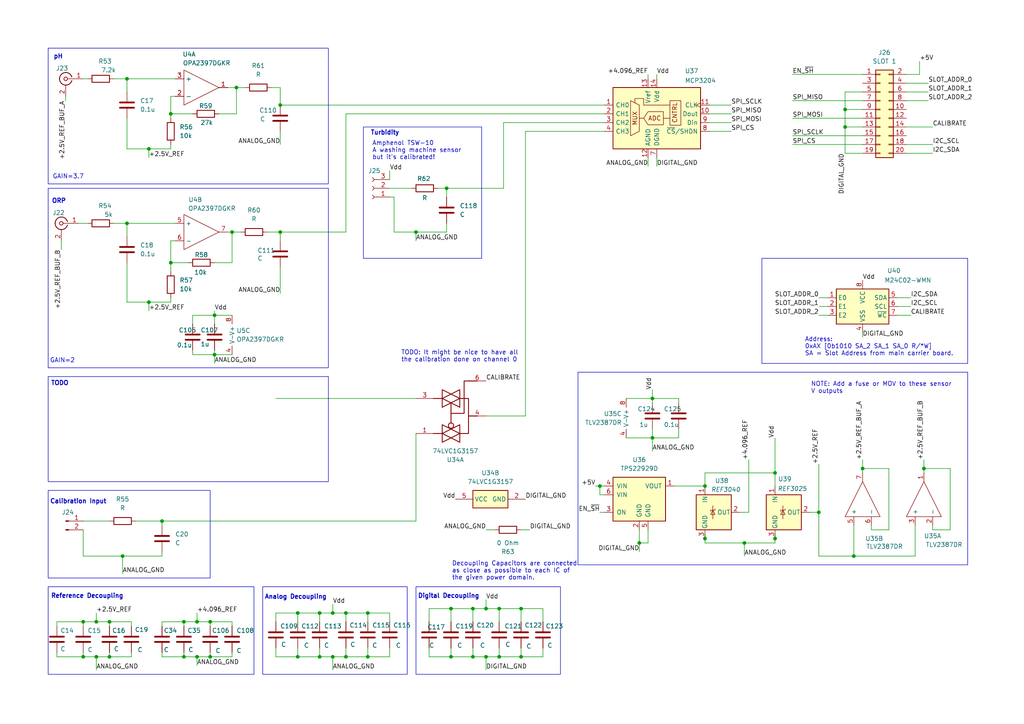
<source format=kicad_sch>
(kicad_sch (version 20231120) (generator "eeschema") (generator_version "8.0")
  (paper "A4")
  (lib_symbols
    (symbol "74xGxx:74LVC1G3157"
      (property "Reference" "U" (at 5.08 7.62 0))
      (property "Value" "74LVC1G3157" (at 10.16 -7.62 0))
      (symbol "74LVC1G3157_1_1"
        (pin bidirectional line (at 10.16 5.08 180) (length 5.08) (name "~") (number "1"))
        (pin bidirectional line (at 10.16 -5.08 180) (length 5.08) (name "~") (number "3"))
        (pin bidirectional line (at -10.16 0 0) (length 5.08) (name "~") (number "4"))
        (pin input line (at -10.16 -10.16 0) (length 5.08) (name "~") (number "6"))
      )
      (symbol "74LVC1G3157_2_1"
        (pin power_in line (at 0 -10.16 90) (length 5.08) (name "GND") (number "2"))
        (pin power_in line (at 0 10.16 270) (length 5.08) (name "VCC") (number "5"))
      )
    )
    (symbol "Analog_ADC:MCP3204" (pin_names (offset 0.762))
      (property "Reference" "U" (at -5.08 10.795 0))
      (property "Value" "MCP3204" (at -5.08 8.89 0))
      (symbol "MCP3204_0_0"
        (text "ADC" (at -0.635 -1.27 0) (effects (font (size 1.27 1.27))))
        (text "CNTRL" (at 5.969 -2.667 900) (effects (font (size 1.27 1.27)) (justify left bottom)))
        (text "MUX" (at -6.35 -1.27 900) (effects (font (size 1.27 1.27))))
      )
      (symbol "MCP3204_1_1"
        (pin input line (at -15.24 2.54 0) (length 2.54) (name "CH0") (number "1"))
        (pin output line (at 15.24 0 180) (length 2.54) (name "Dout") (number "10"))
        (pin input clock (at 15.24 2.54 180) (length 2.54) (name "CLK") (number "11"))
        (pin power_in line (at -2.54 -12.7 90) (length 2.54) (name "AGND") (number "12"))
        (pin power_in line (at -2.54 10.16 270) (length 2.54) (name "Vref") (number "13"))
        (pin power_in line (at 0 10.16 270) (length 2.54) (name "Vdd") (number "14"))
        (pin input line (at -15.24 0 0) (length 2.54) (name "CH1") (number "2"))
        (pin input line (at -15.24 -2.54 0) (length 2.54) (name "CH2") (number "3"))
        (pin input line (at -15.24 -5.08 0) (length 2.54) (name "CH3") (number "4"))
        (pin no_connect line (at -10.16 -10.16 90) (length 2.54) hide (name "NC") (number "5"))
        (pin no_connect line (at -7.62 -10.16 90) (length 2.54) hide (name "NC") (number "6"))
        (pin power_in line (at 0 -12.7 90) (length 2.54) (name "DGND") (number "7"))
        (pin input line (at 15.24 -5.08 180) (length 2.54) (name "~{CS}/SHDN") (number "8"))
        (pin input line (at 15.24 -2.54 180) (length 2.54) (name "Din") (number "9"))
      )
    )
    (symbol "Connector:Conn_01x02_Pin" (pin_names (offset 1.016) hide)
      (property "Reference" "J" (at 0 2.54 0))
      (property "Value" "Conn_01x02_Pin" (at 0 -5.08 0))
      (symbol "Conn_01x02_Pin_1_1"
        (pin passive line (at 5.08 0 180) (length 3.81) (name "Pin_1") (number "1"))
        (pin passive line (at 5.08 -2.54 180) (length 3.81) (name "Pin_2") (number "2"))
      )
    )
    (symbol "Connector:Conn_01x03_Socket" (pin_names (offset 1.016) hide)
      (property "Reference" "J" (at 0 5.08 0))
      (property "Value" "Conn_01x03_Socket" (at 0 -5.08 0))
      (symbol "Conn_01x03_Socket_1_1"
        (pin passive line (at -5.08 2.54 0) (length 3.81) (name "Pin_1") (number "1"))
        (pin passive line (at -5.08 0 0) (length 3.81) (name "Pin_2") (number "2"))
        (pin passive line (at -5.08 -2.54 0) (length 3.81) (name "Pin_3") (number "3"))
      )
    )
    (symbol "Connector:Conn_Coaxial" (pin_names (offset 1.016) hide)
      (property "Reference" "J" (at 0.254 3.048 0))
      (property "Value" "Conn_Coaxial" (at 2.921 0 90))
      (symbol "Conn_Coaxial_1_1"
        (pin passive line (at -5.08 0 0) (length 2.54) (name "In") (number "1"))
        (pin passive line (at 0 -5.08 90) (length 2.54) (name "Ext") (number "2"))
      )
    )
    (symbol "Connector_Generic:Conn_02x10_Odd_Even" (pin_names (offset 1.016) hide)
      (property "Reference" "J" (at 1.27 12.7 0))
      (property "Value" "Conn_02x10_Odd_Even" (at 1.27 -15.24 0))
      (symbol "Conn_02x10_Odd_Even_1_1"
        (pin passive line (at -5.08 10.16 0) (length 3.81) (name "Pin_1") (number "1"))
        (pin passive line (at 7.62 0 180) (length 3.81) (name "Pin_10") (number "10"))
        (pin passive line (at -5.08 -2.54 0) (length 3.81) (name "Pin_11") (number "11"))
        (pin passive line (at 7.62 -2.54 180) (length 3.81) (name "Pin_12") (number "12"))
        (pin passive line (at -5.08 -5.08 0) (length 3.81) (name "Pin_13") (number "13"))
        (pin passive line (at 7.62 -5.08 180) (length 3.81) (name "Pin_14") (number "14"))
        (pin passive line (at -5.08 -7.62 0) (length 3.81) (name "Pin_15") (number "15"))
        (pin passive line (at 7.62 -7.62 180) (length 3.81) (name "Pin_16") (number "16"))
        (pin passive line (at -5.08 -10.16 0) (length 3.81) (name "Pin_17") (number "17"))
        (pin passive line (at 7.62 -10.16 180) (length 3.81) (name "Pin_18") (number "18"))
        (pin passive line (at -5.08 -12.7 0) (length 3.81) (name "Pin_19") (number "19"))
        (pin passive line (at 7.62 10.16 180) (length 3.81) (name "Pin_2") (number "2"))
        (pin passive line (at 7.62 -12.7 180) (length 3.81) (name "Pin_20") (number "20"))
        (pin passive line (at -5.08 7.62 0) (length 3.81) (name "Pin_3") (number "3"))
        (pin passive line (at 7.62 7.62 180) (length 3.81) (name "Pin_4") (number "4"))
        (pin passive line (at -5.08 5.08 0) (length 3.81) (name "Pin_5") (number "5"))
        (pin passive line (at 7.62 5.08 180) (length 3.81) (name "Pin_6") (number "6"))
        (pin passive line (at -5.08 2.54 0) (length 3.81) (name "Pin_7") (number "7"))
        (pin passive line (at 7.62 2.54 180) (length 3.81) (name "Pin_8") (number "8"))
        (pin passive line (at -5.08 0 0) (length 3.81) (name "Pin_9") (number "9"))
      )
    )
    (symbol "Device:C" (pin_numbers hide) (pin_names (offset 0.254))
      (property "Reference" "C" (at 0.635 2.54 0))
      (property "Value" "C" (at 0.635 -2.54 0))
      (symbol "C_1_1"
        (pin passive line (at 0 3.81 270) (length 2.794) (name "~") (number "1"))
        (pin passive line (at 0 -3.81 90) (length 2.794) (name "~") (number "2"))
      )
    )
    (symbol "Device:R" (pin_numbers hide) (pin_names (offset 0))
      (property "Reference" "R" (at 2.032 0 90))
      (property "Value" "R" (at 0 0 90))
      (symbol "R_1_1"
        (pin passive line (at 0 3.81 270) (length 1.27) (name "~") (number "1"))
        (pin passive line (at 0 -3.81 90) (length 1.27) (name "~") (number "2"))
      )
    )
    (symbol "Memory_EEPROM:M24C02-WMN"
      (property "Reference" "U" (at -6.35 6.35 0))
      (property "Value" "M24C02-WMN" (at 7.62 6.35 0))
      (symbol "M24C02-WMN_1_1"
        (pin input line (at -10.16 2.54 0) (length 2.54) (name "E0") (number "1"))
        (pin input line (at -10.16 0 0) (length 2.54) (name "E1") (number "2"))
        (pin input line (at -10.16 -2.54 0) (length 2.54) (name "E2") (number "3"))
        (pin power_in line (at 0 -7.62 90) (length 2.54) (name "VSS") (number "4"))
        (pin bidirectional line (at 10.16 2.54 180) (length 2.54) (name "SDA") (number "5"))
        (pin input line (at 10.16 0 180) (length 2.54) (name "SCL") (number "6"))
        (pin input line (at 10.16 -2.54 180) (length 2.54) (name "~{WC}") (number "7"))
        (pin power_in line (at 0 7.62 270) (length 2.54) (name "VCC") (number "8"))
      )
    )
    (symbol "Op-Amp-Extended:OPA2397DR"
      (property "Reference" "U" (at -4.318 9.144 0))
      (property "Value" "OPA2397DGKR" (at 2.032 7.112 0))
      (symbol "OPA2397DR_1_0"
        (pin output line (at 10.16 0 180) (length 2.54) (name "") (number "1"))
        (pin input line (at -5.08 -2.54 0) (length 2.54) (name "-") (number "2"))
        (pin input line (at -5.08 2.54 0) (length 2.54) (name "+") (number "3"))
      )
      (symbol "OPA2397DR_2_0"
        (pin input line (at -5.08 2.54 0) (length 2.54) (name "+") (number "5"))
        (pin input line (at -5.08 -2.54 0) (length 2.54) (name "-") (number "6"))
        (pin output line (at 10.16 0 180) (length 2.54) (name "") (number "7"))
      )
      (symbol "OPA2397DR_3_0"
        (pin power_in line (at 0 -6.35 90) (length 2.54) (name "V-") (number "4"))
        (pin power_in line (at 0 5.08 270) (length 2.54) (name "V+") (number "8"))
      )
    )
    (symbol "Op-Amp-Extended:TLV2387DR"
      (property "Reference" "U" (at -4.572 8.128 0))
      (property "Value" "TLV2387DR" (at 0 0 0))
      (symbol "TLV2387DR_1_0"
        (pin output line (at 10.16 0 180) (length 2.54) (name "") (number "1"))
        (pin input line (at -5.08 -2.54 0) (length 2.54) (name "-") (number "2"))
        (pin input line (at -5.08 2.54 0) (length 2.54) (name "+") (number "3"))
      )
      (symbol "TLV2387DR_2_0"
        (pin input line (at -5.08 2.54 0) (length 2.54) (name "+") (number "5"))
        (pin input line (at -5.08 -2.54 0) (length 2.54) (name "-") (number "6"))
        (pin output line (at 10.16 0 180) (length 2.54) (name "") (number "7"))
      )
      (symbol "TLV2387DR_3_0"
        (pin power_in line (at 0 -6.35 90) (length 2.54) (name "V-") (number "4"))
        (pin power_in line (at 0 5.08 270) (length 2.54) (name "V+") (number "8"))
      )
    )
    (symbol "Power_Management:TPS22929D" (pin_names (offset 1.016))
      (property "Reference" "U" (at -7.62 8.89 0))
      (property "Value" "TPS22929D" (at 7.62 8.89 0))
      (symbol "TPS22929D_1_1"
        (pin power_out line (at 10.16 5.08 180) (length 2.54) (name "VOUT") (number "1"))
        (pin power_in line (at 0 -7.62 90) (length 2.54) (name "GND") (number "2"))
        (pin input line (at -10.16 -2.54 0) (length 2.54) (name "ON") (number "3"))
        (pin power_in line (at -10.16 5.08 0) (length 2.54) (name "VIN") (number "4"))
        (pin power_in line (at 2.54 -7.62 90) (length 2.54) (name "GND") (number "5"))
        (pin power_in line (at -10.16 2.54 0) (length 2.54) (name "VIN") (number "6"))
      )
    )
    (symbol "Reference_Voltage:REF3025" (pin_names (offset 0.254))
      (property "Reference" "U" (at 0 6.35 0))
      (property "Value" "REF3025" (at 2.54 -6.35 0))
      (symbol "REF3025_1_1"
        (pin power_in line (at -2.54 7.62 270) (length 2.54) (name "IN") (number "1"))
        (pin power_out line (at 7.62 0 180) (length 2.54) (name "OUT") (number "2"))
        (pin power_in line (at -2.54 -7.62 90) (length 2.54) (name "GND") (number "3"))
      )
    )
    (symbol "Reference_Voltage:REF3040" (pin_names (offset 0.254))
      (property "Reference" "U" (at 0 6.35 0))
      (property "Value" "REF3040" (at 2.54 -6.35 0))
      (symbol "REF3040_1_1"
        (pin power_in line (at -2.54 7.62 270) (length 2.54) (name "IN") (number "1"))
        (pin power_out line (at 7.62 0 180) (length 2.54) (name "OUT") (number "2"))
        (pin power_in line (at -2.54 -7.62 90) (length 2.54) (name "GND") (number "3"))
      )
    )
  )
  (junction (at 189.23 115.57))
  (junction (at 106.68 190.5))
  (junction (at 151.13 190.5))
  (junction (at 137.16 190.5))
  (junction (at 81.28 67.31))
  (junction (at 189.23 127))
  (junction (at 247.65 161.29))
  (junction (at 130.81 190.5))
  (junction (at 92.71 190.5))
  (junction (at 53.34 180.34))
  (junction (at 27.94 180.34))
  (junction (at 120.65 67.31))
  (junction (at 96.52 177.8))
  (junction (at 67.31 67.31))
  (junction (at 57.15 190.5))
  (junction (at 62.23 91.44))
  (junction (at 81.28 30.48))
  (junction (at 237.49 148.59))
  (junction (at 144.78 190.5))
  (junction (at 250.19 135.89))
  (junction (at 24.13 190.5))
  (junction (at 60.96 180.34))
  (junction (at 129.54 54.61))
  (junction (at 49.53 76.2))
  (junction (at 245.11 31.75))
  (junction (at 36.83 64.77))
  (junction (at 224.79 137.16))
  (junction (at 24.13 180.34))
  (junction (at 140.97 190.5))
  (junction (at 43.18 43.18))
  (junction (at 60.96 190.5))
  (junction (at 86.36 177.8))
  (junction (at 204.47 140.97))
  (junction (at 31.75 190.5))
  (junction (at 31.75 180.34))
  (junction (at 49.53 33.02))
  (junction (at 185.42 157.48))
  (junction (at 46.99 151.13))
  (junction (at 204.47 156.21))
  (junction (at 92.71 177.8))
  (junction (at 245.11 36.83))
  (junction (at 144.78 176.53))
  (junction (at 224.79 156.21))
  (junction (at 137.16 176.53))
  (junction (at 27.94 190.5))
  (junction (at 35.56 161.29))
  (junction (at 68.58 25.4))
  (junction (at 96.52 190.5))
  (junction (at 86.36 190.5))
  (junction (at 151.13 176.53))
  (junction (at 106.68 177.8))
  (junction (at 43.18 87.63))
  (junction (at 53.34 190.5))
  (junction (at 100.33 177.8))
  (junction (at 130.81 176.53))
  (junction (at 215.9 157.48))
  (junction (at 267.97 135.89))
  (junction (at 100.33 190.5))
  (junction (at 36.83 22.86))
  (junction (at 173.99 140.97))
  (junction (at 62.23 102.87))
  (junction (at 140.97 176.53))
  (junction (at 57.15 180.34))
  (wire (pts (xy 175.26 33.02) (xy 100.33 33.02)))
  (wire (pts (xy 250.19 96.52) (xy 250.19 97.79)))
  (wire (pts (xy 129.54 57.15) (xy 129.54 54.61)))
  (wire (pts (xy 130.81 187.96) (xy 130.81 190.5)))
  (wire (pts (xy 204.47 154.94) (xy 204.47 156.21)))
  (wire (pts (xy 38.1 181.61) (xy 38.1 180.34)))
  (wire (pts (xy 270.51 153.67) (xy 270.51 152.4)))
  (wire (pts (xy 24.13 180.34) (xy 27.94 180.34)))
  (wire (pts (xy 267.97 135.89) (xy 275.59 135.89)))
  (wire (pts (xy 27.94 180.34) (xy 27.94 177.8)))
  (wire (pts (xy 43.18 87.63) (xy 49.53 87.63)))
  (wire (pts (xy 22.86 64.77) (xy 25.4 64.77)))
  (wire (pts (xy 81.28 38.1) (xy 81.28 41.91)))
  (wire (pts (xy 36.83 43.18) (xy 43.18 43.18)))
  (wire (pts (xy 67.31 76.2) (xy 67.31 67.31)))
  (wire (pts (xy 55.88 93.98) (xy 55.88 91.44)))
  (wire (pts (xy 172.72 140.97) (xy 173.99 140.97)))
  (wire (pts (xy 43.18 43.18) (xy 49.53 43.18)))
  (wire (pts (xy 19.05 29.21) (xy 19.05 27.94)))
  (wire (pts (xy 113.03 180.34) (xy 113.03 177.8)))
  (wire (pts (xy 86.36 190.5) (xy 92.71 190.5)))
  (wire (pts (xy 205.74 30.48) (xy 212.09 30.48)))
  (wire (pts (xy 224.79 140.97) (xy 224.79 137.16)))
  (wire (pts (xy 204.47 156.21) (xy 204.47 157.48)))
  (wire (pts (xy 24.13 22.86) (xy 25.4 22.86)))
  (wire (pts (xy 185.42 153.67) (xy 185.42 157.48)))
  (wire (pts (xy 237.49 91.44) (xy 240.03 91.44)))
  (wire (pts (xy 190.5 21.59) (xy 190.5 22.86)))
  (wire (pts (xy 57.15 190.5) (xy 57.15 193.04)))
  (wire (pts (xy 173.99 140.97) (xy 175.26 140.97)))
  (wire (pts (xy 57.15 190.5) (xy 60.96 190.5)))
  (wire (pts (xy 114.3 57.15) (xy 114.3 67.31)))
  (wire (pts (xy 53.34 190.5) (xy 57.15 190.5)))
  (wire (pts (xy 62.23 102.87) (xy 62.23 105.41)))
  (wire (pts (xy 55.88 91.44) (xy 62.23 91.44)))
  (wire (pts (xy 190.5 48.26) (xy 190.5 45.72)))
  (wire (pts (xy 86.36 177.8) (xy 86.36 180.34)))
  (wire (pts (xy 120.65 125.73) (xy 120.65 151.13)))
  (wire (pts (xy 31.75 180.34) (xy 27.94 180.34)))
  (wire (pts (xy 68.58 25.4) (xy 71.12 25.4)))
  (wire (pts (xy 140.97 176.53) (xy 144.78 176.53)))
  (wire (pts (xy 270.51 41.91) (xy 262.89 41.91)))
  (wire (pts (xy 250.19 26.67) (xy 245.11 26.67)))
  (wire (pts (xy 144.78 190.5) (xy 140.97 190.5)))
  (wire (pts (xy 187.96 21.59) (xy 187.96 22.86)))
  (wire (pts (xy 68.58 25.4) (xy 68.58 33.02)))
  (wire (pts (xy 81.28 25.4) (xy 81.28 30.48)))
  (wire (pts (xy 137.16 187.96) (xy 137.16 190.5)))
  (wire (pts (xy 106.68 177.8) (xy 100.33 177.8)))
  (wire (pts (xy 100.33 190.5) (xy 106.68 190.5)))
  (wire (pts (xy 266.7 17.78) (xy 266.7 21.59)))
  (wire (pts (xy 62.23 90.17) (xy 62.23 91.44)))
  (wire (pts (xy 262.89 26.67) (xy 269.24 26.67)))
  (wire (pts (xy 53.34 180.34) (xy 53.34 181.61)))
  (wire (pts (xy 140.97 190.5) (xy 137.16 190.5)))
  (wire (pts (xy 189.23 127) (xy 189.23 130.81)))
  (wire (pts (xy 24.13 189.23) (xy 24.13 190.5)))
  (wire (pts (xy 50.8 69.85) (xy 49.53 69.85)))
  (wire (pts (xy 50.8 27.94) (xy 49.53 27.94)))
  (wire (pts (xy 49.53 69.85) (xy 49.53 76.2)))
  (wire (pts (xy 250.19 36.83) (xy 245.11 36.83)))
  (wire (pts (xy 187.96 157.48) (xy 185.42 157.48)))
  (wire (pts (xy 175.26 143.51) (xy 173.99 143.51)))
  (wire (pts (xy 106.68 177.8) (xy 106.68 180.34)))
  (wire (pts (xy 245.11 31.75) (xy 250.19 31.75)))
  (wire (pts (xy 250.19 39.37) (xy 229.87 39.37)))
  (wire (pts (xy 120.65 151.13) (xy 46.99 151.13)))
  (wire (pts (xy 151.13 187.96) (xy 151.13 190.5)))
  (wire (pts (xy 224.79 154.94) (xy 224.79 156.21)))
  (wire (pts (xy 265.43 161.29) (xy 247.65 161.29)))
  (wire (pts (xy 124.46 176.53) (xy 124.46 180.34)))
  (wire (pts (xy 204.47 140.97) (xy 204.47 137.16)))
  (wire (pts (xy 17.78 72.39) (xy 17.78 69.85)))
  (wire (pts (xy 205.74 38.1) (xy 212.09 38.1)))
  (wire (pts (xy 189.23 115.57) (xy 189.23 116.84)))
  (wire (pts (xy 245.11 36.83) (xy 245.11 44.45)))
  (wire (pts (xy 27.94 190.5) (xy 27.94 194.31)))
  (wire (pts (xy 36.83 22.86) (xy 36.83 26.67)))
  (wire (pts (xy 31.75 180.34) (xy 31.75 181.61)))
  (wire (pts (xy 262.89 29.21) (xy 269.24 29.21)))
  (wire (pts (xy 53.34 189.23) (xy 53.34 190.5)))
  (wire (pts (xy 144.78 187.96) (xy 144.78 190.5)))
  (wire (pts (xy 151.13 176.53) (xy 151.13 180.34)))
  (wire (pts (xy 113.03 54.61) (xy 119.38 54.61)))
  (wire (pts (xy 35.56 161.29) (xy 46.99 161.29)))
  (wire (pts (xy 92.71 177.8) (xy 92.71 180.34)))
  (wire (pts (xy 252.73 153.67) (xy 252.73 152.4)))
  (wire (pts (xy 140.97 194.31) (xy 140.97 190.5)))
  (wire (pts (xy 31.75 189.23) (xy 31.75 190.5)))
  (wire (pts (xy 35.56 161.29) (xy 35.56 166.37)))
  (wire (pts (xy 33.02 64.77) (xy 36.83 64.77)))
  (wire (pts (xy 247.65 161.29) (xy 247.65 152.4)))
  (wire (pts (xy 185.42 160.02) (xy 185.42 157.48)))
  (wire (pts (xy 137.16 190.5) (xy 130.81 190.5)))
  (wire (pts (xy 157.48 180.34) (xy 157.48 176.53)))
  (wire (pts (xy 31.75 190.5) (xy 38.1 190.5)))
  (wire (pts (xy 46.99 151.13) (xy 39.37 151.13)))
  (wire (pts (xy 49.53 27.94) (xy 49.53 33.02)))
  (wire (pts (xy 124.46 190.5) (xy 130.81 190.5)))
  (wire (pts (xy 55.88 101.6) (xy 55.88 102.87)))
  (wire (pts (xy 262.89 21.59) (xy 266.7 21.59)))
  (wire (pts (xy 57.15 180.34) (xy 53.34 180.34)))
  (wire (pts (xy 106.68 190.5) (xy 113.03 190.5)))
  (wire (pts (xy 157.48 190.5) (xy 151.13 190.5)))
  (wire (pts (xy 106.68 187.96) (xy 106.68 190.5)))
  (wire (pts (xy 137.16 176.53) (xy 140.97 176.53)))
  (wire (pts (xy 250.19 133.35) (xy 250.19 135.89)))
  (wire (pts (xy 36.83 64.77) (xy 50.8 64.77)))
  (wire (pts (xy 250.19 135.89) (xy 257.81 135.89)))
  (wire (pts (xy 66.04 25.4) (xy 68.58 25.4)))
  (wire (pts (xy 68.58 33.02) (xy 63.5 33.02)))
  (wire (pts (xy 16.51 181.61) (xy 16.51 180.34)))
  (wire (pts (xy 129.54 64.77) (xy 129.54 67.31)))
  (wire (pts (xy 189.23 115.57) (xy 196.85 115.57)))
  (wire (pts (xy 46.99 190.5) (xy 53.34 190.5)))
  (wire (pts (xy 81.28 77.47) (xy 81.28 85.09)))
  (wire (pts (xy 229.87 21.59) (xy 250.19 21.59)))
  (wire (pts (xy 96.52 175.26) (xy 96.52 177.8)))
  (wire (pts (xy 80.01 115.57) (xy 120.65 115.57)))
  (wire (pts (xy 80.01 180.34) (xy 80.01 177.8)))
  (wire (pts (xy 237.49 161.29) (xy 237.49 148.59)))
  (wire (pts (xy 24.13 190.5) (xy 27.94 190.5)))
  (wire (pts (xy 49.53 33.02) (xy 55.88 33.02)))
  (wire (pts (xy 46.99 161.29) (xy 46.99 160.02)))
  (wire (pts (xy 250.19 137.16) (xy 250.19 135.89)))
  (wire (pts (xy 275.59 153.67) (xy 270.51 153.67)))
  (wire (pts (xy 106.68 177.8) (xy 113.03 177.8)))
  (wire (pts (xy 38.1 180.34) (xy 31.75 180.34)))
  (wire (pts (xy 67.31 67.31) (xy 66.04 67.31)))
  (wire (pts (xy 120.65 67.31) (xy 129.54 67.31)))
  (wire (pts (xy 260.35 86.36) (xy 264.16 86.36)))
  (wire (pts (xy 67.31 180.34) (xy 60.96 180.34)))
  (wire (pts (xy 62.23 76.2) (xy 67.31 76.2)))
  (wire (pts (xy 113.03 187.96) (xy 113.03 190.5)))
  (wire (pts (xy 60.96 181.61) (xy 60.96 180.34)))
  (wire (pts (xy 250.19 29.21) (xy 229.87 29.21)))
  (wire (pts (xy 55.88 102.87) (xy 62.23 102.87)))
  (wire (pts (xy 275.59 135.89) (xy 275.59 153.67)))
  (wire (pts (xy 36.83 76.2) (xy 36.83 87.63)))
  (wire (pts (xy 81.28 67.31) (xy 100.33 67.31)))
  (wire (pts (xy 217.17 148.59) (xy 214.63 148.59)))
  (wire (pts (xy 173.99 143.51) (xy 173.99 140.97)))
  (wire (pts (xy 267.97 133.35) (xy 267.97 135.89)))
  (wire (pts (xy 153.67 153.67) (xy 151.13 153.67)))
  (wire (pts (xy 129.54 54.61) (xy 127 54.61)))
  (wire (pts (xy 151.13 190.5) (xy 144.78 190.5)))
  (wire (pts (xy 38.1 190.5) (xy 38.1 189.23)))
  (wire (pts (xy 62.23 91.44) (xy 67.31 91.44)))
  (wire (pts (xy 245.11 31.75) (xy 245.11 36.83)))
  (wire (pts (xy 146.05 35.56) (xy 146.05 54.61)))
  (wire (pts (xy 43.18 43.18) (xy 43.18 45.72)))
  (wire (pts (xy 113.03 49.53) (xy 113.03 52.07)))
  (wire (pts (xy 24.13 153.67) (xy 24.13 161.29)))
  (wire (pts (xy 113.03 57.15) (xy 114.3 57.15)))
  (wire (pts (xy 187.96 153.67) (xy 187.96 157.48)))
  (wire (pts (xy 181.61 115.57) (xy 189.23 115.57)))
  (wire (pts (xy 195.58 140.97) (xy 204.47 140.97)))
  (wire (pts (xy 152.4 120.65) (xy 152.4 38.1)))
  (wire (pts (xy 80.01 177.8) (xy 86.36 177.8)))
  (wire (pts (xy 81.28 25.4) (xy 78.74 25.4)))
  (wire (pts (xy 86.36 187.96) (xy 86.36 190.5)))
  (wire (pts (xy 81.28 30.48) (xy 175.26 30.48)))
  (wire (pts (xy 49.53 76.2) (xy 49.53 78.74)))
  (wire (pts (xy 92.71 177.8) (xy 96.52 177.8)))
  (wire (pts (xy 96.52 190.5) (xy 100.33 190.5)))
  (wire (pts (xy 140.97 120.65) (xy 152.4 120.65)))
  (wire (pts (xy 245.11 26.67) (xy 245.11 31.75)))
  (wire (pts (xy 60.96 180.34) (xy 57.15 180.34)))
  (wire (pts (xy 152.4 38.1) (xy 175.26 38.1)))
  (wire (pts (xy 265.43 152.4) (xy 265.43 161.29)))
  (wire (pts (xy 175.26 35.56) (xy 146.05 35.56)))
  (wire (pts (xy 130.81 176.53) (xy 137.16 176.53)))
  (wire (pts (xy 36.83 22.86) (xy 50.8 22.86)))
  (wire (pts (xy 189.23 127) (xy 196.85 127)))
  (wire (pts (xy 205.74 35.56) (xy 212.09 35.56)))
  (wire (pts (xy 67.31 67.31) (xy 69.85 67.31)))
  (wire (pts (xy 60.96 189.23) (xy 60.96 190.5)))
  (wire (pts (xy 175.26 148.59) (xy 173.99 148.59)))
  (wire (pts (xy 120.65 69.85) (xy 120.65 67.31)))
  (wire (pts (xy 215.9 157.48) (xy 215.9 161.29)))
  (wire (pts (xy 24.13 151.13) (xy 31.75 151.13)))
  (wire (pts (xy 43.18 87.63) (xy 43.18 90.17)))
  (wire (pts (xy 60.96 190.5) (xy 67.31 190.5)))
  (wire (pts (xy 260.35 91.44) (xy 264.16 91.44)))
  (wire (pts (xy 16.51 189.23) (xy 16.51 190.5)))
  (wire (pts (xy 24.13 161.29) (xy 35.56 161.29)))
  (wire (pts (xy 80.01 190.5) (xy 86.36 190.5)))
  (wire (pts (xy 204.47 157.48) (xy 215.9 157.48)))
  (wire (pts (xy 181.61 127) (xy 189.23 127)))
  (wire (pts (xy 204.47 137.16) (xy 224.79 137.16)))
  (wire (pts (xy 229.87 41.91) (xy 250.19 41.91)))
  (wire (pts (xy 237.49 88.9) (xy 240.03 88.9)))
  (wire (pts (xy 62.23 101.6) (xy 62.23 102.87)))
  (wire (pts (xy 100.33 33.02) (xy 100.33 67.31)))
  (wire (pts (xy 196.85 115.57) (xy 196.85 116.84)))
  (wire (pts (xy 27.94 190.5) (xy 31.75 190.5)))
  (wire (pts (xy 270.51 36.83) (xy 262.89 36.83)))
  (wire (pts (xy 16.51 190.5) (xy 24.13 190.5)))
  (wire (pts (xy 250.19 44.45) (xy 245.11 44.45)))
  (wire (pts (xy 96.52 190.5) (xy 96.52 194.31)))
  (wire (pts (xy 234.95 148.59) (xy 237.49 148.59)))
  (wire (pts (xy 86.36 177.8) (xy 92.71 177.8)))
  (wire (pts (xy 100.33 187.96) (xy 100.33 190.5)))
  (wire (pts (xy 144.78 176.53) (xy 144.78 180.34)))
  (wire (pts (xy 217.17 133.35) (xy 217.17 148.59)))
  (wire (pts (xy 224.79 157.48) (xy 224.79 156.21)))
  (wire (pts (xy 151.13 176.53) (xy 157.48 176.53)))
  (wire (pts (xy 62.23 102.87) (xy 67.31 102.87)))
  (wire (pts (xy 92.71 187.96) (xy 92.71 190.5)))
  (wire (pts (xy 16.51 180.34) (xy 24.13 180.34)))
  (wire (pts (xy 262.89 44.45) (xy 270.51 44.45)))
  (wire (pts (xy 257.81 135.89) (xy 257.81 153.67)))
  (wire (pts (xy 49.53 33.02) (xy 49.53 34.29)))
  (wire (pts (xy 189.23 115.57) (xy 189.23 113.03)))
  (wire (pts (xy 224.79 127) (xy 224.79 137.16)))
  (wire (pts (xy 46.99 189.23) (xy 46.99 190.5)))
  (wire (pts (xy 36.83 87.63) (xy 43.18 87.63)))
  (wire (pts (xy 80.01 187.96) (xy 80.01 190.5)))
  (wire (pts (xy 237.49 134.62) (xy 237.49 148.59)))
  (wire (pts (xy 62.23 91.44) (xy 62.23 93.98)))
  (wire (pts (xy 130.81 176.53) (xy 130.81 180.34)))
  (wire (pts (xy 114.3 67.31) (xy 120.65 67.31)))
  (wire (pts (xy 140.97 173.99) (xy 140.97 176.53)))
  (wire (pts (xy 49.53 86.36) (xy 49.53 87.63)))
  (wire (pts (xy 250.19 34.29) (xy 229.87 34.29)))
  (wire (pts (xy 143.51 153.67) (xy 140.97 153.67)))
  (wire (pts (xy 262.89 24.13) (xy 269.24 24.13)))
  (wire (pts (xy 137.16 176.53) (xy 137.16 180.34)))
  (wire (pts (xy 237.49 86.36) (xy 240.03 86.36)))
  (wire (pts (xy 36.83 34.29) (xy 36.83 43.18)))
  (wire (pts (xy 146.05 54.61) (xy 129.54 54.61)))
  (wire (pts (xy 36.83 64.77) (xy 36.83 68.58)))
  (wire (pts (xy 49.53 43.18) (xy 49.53 41.91)))
  (wire (pts (xy 124.46 190.5) (xy 124.46 187.96)))
  (wire (pts (xy 57.15 177.8) (xy 57.15 180.34)))
  (wire (pts (xy 81.28 67.31) (xy 77.47 67.31)))
  (wire (pts (xy 81.28 67.31) (xy 81.28 69.85)))
  (wire (pts (xy 67.31 190.5) (xy 67.31 189.23)))
  (wire (pts (xy 252.73 153.67) (xy 257.81 153.67)))
  (wire (pts (xy 96.52 177.8) (xy 100.33 177.8)))
  (wire (pts (xy 215.9 157.48) (xy 224.79 157.48)))
  (wire (pts (xy 46.99 180.34) (xy 46.99 181.61)))
  (wire (pts (xy 49.53 76.2) (xy 54.61 76.2)))
  (wire (pts (xy 189.23 127) (xy 189.23 124.46)))
  (wire (pts (xy 187.96 48.26) (xy 187.96 45.72)))
  (wire (pts (xy 237.49 161.29) (xy 247.65 161.29)))
  (wire (pts (xy 267.97 137.16) (xy 267.97 135.89)))
  (wire (pts (xy 124.46 176.53) (xy 130.81 176.53)))
  (wire (pts (xy 144.78 176.53) (xy 151.13 176.53)))
  (wire (pts (xy 46.99 180.34) (xy 53.34 180.34)))
  (wire (pts (xy 100.33 180.34) (xy 100.33 177.8)))
  (wire (pts (xy 157.48 187.96) (xy 157.48 190.5)))
  (wire (pts (xy 92.71 190.5) (xy 96.52 190.5)))
  (wire (pts (xy 33.02 22.86) (xy 36.83 22.86)))
  (wire (pts (xy 46.99 151.13) (xy 46.99 152.4)))
  (wire (pts (xy 24.13 180.34) (xy 24.13 181.61)))
  (wire (pts (xy 196.85 124.46) (xy 196.85 127)))
  (wire (pts (xy 67.31 181.61) (xy 67.31 180.34)))
  (wire (pts (xy 205.74 33.02) (xy 212.09 33.02)))
  (wire (pts (xy 260.35 88.9) (xy 264.16 88.9)))
  (rectangle (start 220.98 74.93) (end 280.67 105.41))
  (rectangle (start 13.97 54.61) (end 95.25 106.68))
  (rectangle (start 120.65 170.18) (end 162.56 195.58))
  (rectangle (start 76.2 170.18) (end 118.11 195.58))
  (rectangle (start 13.97 170.18) (end 73.66 195.58))
  (rectangle (start 13.97 13.97) (end 95.25 53.34))
  (rectangle (start 167.64 107.95) (end 280.67 163.83))
  (rectangle (start 13.97 142.24) (end 60.96 167.64))
  (rectangle (start 105.41 36.83) (end 139.7 74.93))
  (rectangle (start 13.97 109.22) (end 95.25 139.7))
  (text "Turbidity" (at 107.442 38.608 0) (effects (font (size 1.27 1.27) (thickness 0.254) (bold yes)) (justify left)))
  (text "Digital Decoupling\n" (at 121.158 172.974 0) (effects (font (size 1.27 1.27) (thickness 0.254) (bold yes)) (justify left)))
  (text "Decoupling Capacitors are connected\nas close as possible to each IC of\nthe given power domain." (at 131.064 165.608 0) (effects (font (size 1.27 1.27) (thickness 0.1588)) (justify left)))
  (text "GAIN=2" (at 14.478 104.648 0) (effects (font (size 1.27 1.27)) (justify left)))
  (text "NOTE: Add a fuse or MOV to these sensor\nV outputs" (at 235.204 112.522 0) (effects (font (size 1.27 1.27)) (justify left)))
  (text "TODO" (at 14.732 111.252 0) (effects (font (size 1.27 1.27) (thickness 0.254) (bold yes)) (justify left)))
  (text "Amphenol TSW-10 \nA washing machine sensor \nbut it's calibrated!\n" (at 107.95 43.688 0) (effects (font (size 1.27 1.27)) (justify left)))
  (text "TODO: It might be nice to have all\nthe calibration done on channel 0" (at 116.332 103.378 0) (effects (font (size 1.27 1.27) (thickness 0.1588)) (justify left)))
  (text "Address:\n0xAX [0b1010 SA_2 SA_1 SA_0 R/*W]\nSA = Slot Address from main carrier board." (at 233.426 100.584 0) (effects (font (size 1.27 1.27)) (justify left)))
  (text "Calibration Input" (at 14.478 145.542 0) (effects (font (size 1.27 1.27) (thickness 0.254) (bold yes)) (justify left)))
  (text "Analog Decoupling\n" (at 76.708 173.228 0) (effects (font (size 1.27 1.27) (thickness 0.254) (bold yes)) (justify left)))
  (text "ORP" (at 14.986 58.42 0) (effects (font (size 1.27 1.27) (thickness 0.254) (bold yes)) (justify left)))
  (text "GAIN=3.7" (at 15.24 51.308 0) (effects (font (size 1.27 1.27)) (justify left)))
  (text "pH" (at 15.494 16.51 0) (effects (font (size 1.27 1.27) (thickness 0.254) (bold yes)) (justify left)))
  (text "Reference Decoupling\n" (at 14.732 172.974 0) (effects (font (size 1.27 1.27) (thickness 0.254) (bold yes)) (justify left)))
  (label "+2.5V_REF_BUF_A" (at 19.05 29.21 270))
  (label "+2.5V_REF_BUF_B" (at 267.97 133.35 90))
  (label "ANALOG_GND" (at 35.56 166.37 0))
  (label "+5V" (at 172.72 140.97 180))
  (label "SLOT_ADDR_1" (at 269.24 26.67 0))
  (label "Vdd" (at 190.5 21.59 0))
  (label "Vdd" (at 113.03 49.53 0))
  (label "I2C_SDA" (at 264.16 86.36 0))
  (label "SPI_MISO" (at 229.87 29.21 0))
  (label "+5V" (at 266.7 17.78 0))
  (label "DIGITAL_GND" (at 185.42 160.02 180))
  (label "CALIBRATE" (at 264.16 91.44 0))
  (label "SPI_CS" (at 212.09 38.1 0))
  (label "SLOT_ADDR_1" (at 237.49 88.9 180))
  (label "Vdd" (at 96.52 175.26 0))
  (label "SLOT_ADDR_2" (at 269.24 29.21 0))
  (label "ANALOG_GND" (at 57.15 193.04 0))
  (label "ANALOG_GND" (at 81.28 85.09 180))
  (label "DIGITAL_GND" (at 245.11 44.45 270))
  (label "+2.5V_REF" (at 43.18 45.72 0))
  (label "CALIBRATE" (at 270.51 36.83 0))
  (label "ANALOG_GND" (at 81.28 41.91 180))
  (label "+2.5V_REF_BUF_A" (at 250.19 133.35 90))
  (label "SPI_MISO" (at 212.09 33.02 0))
  (label "+4.096_REF" (at 57.15 177.8 0))
  (label "ANALOG_GND" (at 189.23 130.81 0))
  (label "EN_~{SH}" (at 229.87 21.59 0))
  (label "Vdd" (at 189.23 113.03 90))
  (label "ANALOG_GND" (at 215.9 161.29 0))
  (label "SLOT_ADDR_0" (at 237.49 86.36 180))
  (label "SLOT_ADDR_2" (at 237.49 91.44 180))
  (label "ANALOG_GND" (at 120.65 69.85 0))
  (label "SLOT_ADDR_0" (at 269.24 24.13 0))
  (label "SPI_SCLK" (at 212.09 30.48 0))
  (label "ANALOG_GND" (at 62.23 105.41 0))
  (label "ANALOG_GND" (at 140.97 153.67 180))
  (label "DIGITAL_GND" (at 250.19 97.79 0))
  (label "EN_~{SH}" (at 173.99 148.59 180))
  (label "ANALOG_GND" (at 27.94 194.31 0))
  (label "DIGITAL_GND" (at 152.4 144.78 0))
  (label "I2C_SDA" (at 270.51 44.45 0))
  (label "SPI_CS" (at 229.87 41.91 0))
  (label "DIGITAL_GND" (at 190.5 48.26 0))
  (label "ANALOG_GND" (at 96.52 194.31 0))
  (label "Vdd" (at 132.08 144.78 180))
  (label "CALIBRATE" (at 140.97 110.49 0))
  (label "+4.096_REF" (at 187.96 21.59 180))
  (label "Vdd" (at 62.23 90.17 0))
  (label "Vdd" (at 140.97 173.99 0))
  (label "+2.5V_REF" (at 237.49 134.62 90))
  (label "ANALOG_GND" (at 187.96 48.26 180))
  (label "Vdd" (at 250.19 81.28 0))
  (label "SPI_MOSI" (at 212.09 35.56 0))
  (label "I2C_SCL" (at 270.51 41.91 0))
  (label "I2C_SCL" (at 264.16 88.9 0))
  (label "SPI_MOSI" (at 229.87 34.29 0))
  (label "+2.5V_REF" (at 43.18 90.17 0))
  (label "DIGITAL_GND" (at 153.67 153.67 0))
  (label "Vdd" (at 224.79 127 90))
  (label "+4.096_REF" (at 217.17 133.35 90))
  (label "+2.5V_REF" (at 27.94 177.8 0))
  (label "+2.5V_REF_BUF_B" (at 17.78 72.39 270))
  (label "DIGITAL_GND" (at 140.97 194.31 0))
  (label "SPI_SCLK" (at 229.87 39.37 0))
  (symbol (lib_id "Connector:Conn_Coaxial") (at 19.05 22.86 0) (mirror y) (unit 1)
    (property "Reference" "J23" (at 19.812 19.812 0) (effects (justify left)))
    (property "Value" "Conn_Coaxial" (effects (hide yes)))
    (property "Description" "coaxial connector (BNC, SMA, SMB, SMC, Cinch/RCA, LEMO, ...)" (effects (hide yes)))
  )
  (symbol (lib_id "Device:C") (at 67.31 185.42 0) (unit 1)
    (property "Reference" "C108" (at 68.58 182.88 0) (effects (justify left)))
    (property "Value" "C" (at 68.58 188.722 0) (effects (justify left)))
    (property "Description" "Unpolarized capacitor" (effects (hide yes)))
  )
  (symbol (lib_id "74xGxx:74LVC1G3157") (at 142.24 144.78 90) (unit 2)
    (property "Reference" "U34" (at 142.24 137.16 90))
    (property "Value" "74LVC1G3157" (at 142.24 139.7 90))
    (property "Datasheet" "http://www.ti.com/lit/sg/scyt129e/scyt129e.pdf" (effects (hide yes)))
    (property "Description" "SPDT Analog Switch, Low-Voltage CMOS" (effects (hide yes)))
  )
  (symbol (lib_id "Device:R") (at 35.56 151.13 90) (unit 1)
    (property "Reference" "R55" (at 35.56 144.78 90))
    (property "Value" "R" (at 35.56 147.32 90))
    (property "Description" "Resistor" (effects (hide yes)))
  )
  (symbol (lib_id "Device:R") (at 59.69 33.02 90) (unit 1)
    (property "Reference" "R59" (at 59.69 30.734 90))
    (property "Value" "27k" (at 59.944 35.56 90))
    (property "Description" "Resistor" (effects (hide yes)))
  )
  (symbol (lib_id "Device:R") (at 147.32 153.67 270) (unit 1)
    (property "Reference" "R63" (at 147.32 160.02 90))
    (property "Value" "0 Ohm" (at 147.32 157.48 90))
    (property "Description" "Resistor" (effects (hide yes)))
  )
  (symbol (lib_id "Op-Amp-Extended:OPA2397DR") (at 55.88 25.4 0) (unit 1)
    (property "Reference" "U4" (at 54.864 15.748 0))
    (property "Value" "OPA2397DGKR" (at 59.944 18.288 0))
    (property "Footprint" "Package_SO:SOIC-8_3.9x4.9mm_P1.27mm" (effects (hide yes)))
    (property "Datasheet" "https://www.ti.com/lit/ds/symlink/opa397.pdf?ts=1748528678280&ref_url=https%253A%252F%252Fwww.ti.com%252Fproduct%252FOPA397" (effects (hide yes)))
    (property "Description" "Precision, Low-Offset-Voltage, Low-Noise, Low-Input-Bias-Current, Rail-to-Rail I/O, e-trim™ Operational Amplifiers" (effects (hide yes)))
  )
  (symbol (lib_id "Device:C") (at 60.96 185.42 0) (unit 1)
    (property "Reference" "C106" (at 61.468 182.88 0) (effects (justify left)))
    (property "Value" "C" (at 62.484 188.722 0) (effects (justify left)))
    (property "Description" "Unpolarized capacitor" (effects (hide yes)))
  )
  (symbol (lib_id "Device:R") (at 123.19 54.61 90) (unit 1)
    (property "Reference" "R62" (at 122.936 51.816 90))
    (property "Value" "R" (at 123.19 57.404 90))
    (property "Description" "Resistor" (effects (hide yes)))
  )
  (symbol (lib_id "Device:C") (at 53.34 185.42 0) (unit 1)
    (property "Reference" "C35" (at 54.356 182.88 0) (effects (justify left)))
    (property "Value" "C" (at 54.61 188.468 0) (effects (justify left)))
    (property "Description" "Unpolarized capacitor" (effects (hide yes)))
  )
  (symbol (lib_id "Device:C") (at 81.28 73.66 0) (unit 1)
    (property "Reference" "C111" (at 74.676 72.644 0) (effects (justify left)))
    (property "Value" "C" (at 74.676 74.93 0) (effects (justify left)))
    (property "Description" "Unpolarized capacitor" (effects (hide yes)))
  )
  (symbol (lib_id "Device:C") (at 113.03 184.15 0) (unit 1)
    (property "Reference" "C116" (at 114.046 181.356 0) (effects (justify left)))
    (property "Value" "C" (at 114.808 187.198 0) (effects (justify left)))
    (property "Description" "Unpolarized capacitor" (effects (hide yes)))
  )
  (symbol (lib_id "Connector:Conn_01x02_Pin") (at 19.05 151.13 0) (unit 1)
    (property "Reference" "J24" (at 19.685 148.59 0))
    (property "Value" "Conn_01x02_Pin" (effects (hide yes)))
    (property "Description" "Generic connector, single row, 01x02, script generated" (effects (hide yes)))
  )
  (symbol (lib_id "74xGxx:74LVC1G3157") (at 130.81 120.65 180) (unit 1)
    (property "Reference" "U34" (at 132.08 133.35 0))
    (property "Value" "74LVC1G3157" (at 132.08 130.81 0))
    (property "Datasheet" "http://www.ti.com/lit/sg/scyt129e/scyt129e.pdf" (effects (hide yes)))
    (property "Description" "SPDT Analog Switch, Low-Voltage CMOS" (effects (hide yes)))
  )
  (symbol (lib_id "Device:C") (at 189.23 120.65 0) (unit 1)
    (property "Reference" "C124" (at 184.912 118.618 0) (effects (justify left)))
    (property "Value" "1u" (at 185.42 123.19 0) (effects (justify left)))
    (property "Description" "Unpolarized capacitor" (effects (hide yes)))
  )
  (symbol (lib_id "Op-Amp-Extended:OPA2397DR") (at 55.88 67.31 0) (unit 2)
    (property "Reference" "U4" (at 56.642 57.912 0))
    (property "Value" "OPA2397DGKR" (at 61.468 60.452 0))
    (property "Footprint" "Package_SO:SOIC-8_3.9x4.9mm_P1.27mm" (effects (hide yes)))
    (property "Datasheet" "https://www.ti.com/lit/ds/symlink/opa397.pdf?ts=1748528678280&ref_url=https%253A%252F%252Fwww.ti.com%252Fproduct%252FOPA397" (effects (hide yes)))
    (property "Description" "Precision, Low-Offset-Voltage, Low-Noise, Low-Input-Bias-Current, Rail-to-Rail I/O, e-trim™ Operational Amplifiers" (effects (hide yes)))
  )
  (symbol (lib_id "Device:C") (at 38.1 185.42 0) (unit 1)
    (property "Reference" "C19" (at 39.116 182.626 0) (effects (justify left)))
    (property "Value" "C" (at 39.878 188.468 0) (effects (justify left)))
    (property "Description" "Unpolarized capacitor" (effects (hide yes)))
  )
  (symbol (lib_id "Device:R") (at 74.93 25.4 90) (unit 1)
    (property "Reference" "R61" (at 74.93 19.05 90))
    (property "Value" "R" (at 74.93 21.59 90))
    (property "Description" "Resistor" (effects (hide yes)))
  )
  (symbol (lib_id "Reference_Voltage:REF3040") (at 207.01 148.59 0) (unit 1)
    (property "Reference" "U38" (at 211.328 139.446 0) (effects (justify right)))
    (property "Value" "REF3040" (at 214.63 141.986 0) (effects (font (italic yes)) (justify right)))
    (property "Footprint" "Package_TO_SOT_SMD:SOT-23" (effects (hide yes)))
    (property "Datasheet" "http://www.ti.com/lit/ds/symlink/ref3033.pdf" (effects (hide yes)))
    (property "Description" "4.096V 50-ppm/°C Max, 50-μA, CMOS Voltage Reference, SOT-23-3" (effects (hide yes)))
  )
  (symbol (lib_id "Device:C") (at 46.99 156.21 0) (unit 1)
    (property "Reference" "C20" (at 50.8 154.9399 0) (effects (justify left)))
    (property "Value" "C" (at 50.8 157.4799 0) (effects (justify left)))
    (property "Description" "Unpolarized capacitor" (effects (hide yes)))
  )
  (symbol (lib_id "Memory_EEPROM:M24C02-WMN") (at 250.19 88.9 0) (unit 1)
    (property "Reference" "U40" (at 257.302 78.486 0) (effects (justify left)))
    (property "Value" "M24C02-WMN" (at 256.54 81.28 0) (effects (justify left)))
    (property "Footprint" "Package_SO:SOIC-8_3.9x4.9mm_P1.27mm" (effects (hide yes)))
    (property "Datasheet" "http://www.st.com/content/ccc/resource/technical/document/datasheet/b0/d8/50/40/5a/85/49/6f/DM00071904.pdf/files/DM00071904.pdf/jcr:content/translations/en.DM00071904.pdf" (effects (hide yes)))
    (property "Description" "2Kb (256x8) I2C Serial EEPROM, 2.5-5.5V, SOIC-8" (effects (hide yes)))
  )
  (symbol (lib_id "Device:R") (at 29.21 22.86 90) (unit 1)
    (property "Reference" "R53" (at 30.48 17.78 90))
    (property "Value" "7.2k" (at 31.496 20.32 90))
    (property "Description" "Resistor" (effects (hide yes)))
  )
  (symbol (lib_id "Device:C") (at 24.13 185.42 0) (unit 1)
    (property "Reference" "C15" (at 25.4 182.88 0) (effects (justify left)))
    (property "Value" "C" (at 25.4 188.468 0) (effects (justify left)))
    (property "Description" "Unpolarized capacitor" (effects (hide yes)))
  )
  (symbol (lib_id "Device:C") (at 137.16 184.15 0) (unit 1)
    (property "Reference" "C120" (at 138.176 181.356 0) (effects (justify left)))
    (property "Value" "C" (at 139.192 187.198 0) (effects (justify left)))
    (property "Description" "Unpolarized capacitor" (effects (hide yes)))
  )
  (symbol (lib_id "Device:C") (at 80.01 184.15 0) (unit 1)
    (property "Reference" "C109" (at 81.28 181.61 0) (effects (justify left)))
    (property "Value" "C" (at 81.534 186.944 0) (effects (justify left)))
    (property "Description" "Unpolarized capacitor" (effects (hide yes)))
  )
  (symbol (lib_id "Device:R") (at 49.53 82.55 180) (unit 1)
    (property "Reference" "R57" (at 52.07 81.2799 0) (effects (justify right)))
    (property "Value" "10k" (at 52.07 83.8199 0) (effects (justify right)))
    (property "Description" "Resistor" (effects (hide yes)))
  )
  (symbol (lib_id "Device:C") (at 130.81 184.15 0) (unit 1)
    (property "Reference" "C119" (at 132.08 181.61 0) (effects (justify left)))
    (property "Value" "C" (at 132.588 187.198 0) (effects (justify left)))
    (property "Description" "Unpolarized capacitor" (effects (hide yes)))
  )
  (symbol (lib_id "Device:C") (at 46.99 185.42 0) (unit 1)
    (property "Reference" "C34" (at 47.498 182.88 0) (effects (justify left)))
    (property "Value" "C" (at 47.498 188.468 0) (effects (justify left)))
    (property "Description" "Unpolarized capacitor" (effects (hide yes)))
  )
  (symbol (lib_id "Analog_ADC:MCP3204") (at 190.5 33.02 0) (unit 1)
    (property "Reference" "U37" (at 198.628 20.574 0) (effects (justify left)))
    (property "Value" "MCP3204" (at 198.628 23.368 0) (effects (justify left)))
    (property "Datasheet" "http://ww1.microchip.com/downloads/en/DeviceDoc/21298c.pdf" (effects (hide yes)))
    (property "Description" "A/D Converter, 12-Bit, 4-Channel, SPI Interface, 2.7V-5.5V" (effects (hide yes)))
  )
  (symbol (lib_id "Device:C") (at 151.13 184.15 0) (unit 1)
    (property "Reference" "C122" (at 152.146 181.356 0) (effects (justify left)))
    (property "Value" "C" (at 152.654 187.452 0) (effects (justify left)))
    (property "Description" "Unpolarized capacitor" (effects (hide yes)))
  )
  (symbol (lib_id "Op-Amp-Extended:TLV2387DR") (at 250.19 147.32 90) (unit 2)
    (property "Reference" "U35" (at 250.952 156.21 90) (effects (justify right)))
    (property "Value" "TLV2387DR" (at 251.206 158.496 90) (effects (justify right)))
    (property "Footprint" "Package_SO:SOIC-8_3.9x4.9mm_P1.27mm" (effects (hide yes)))
    (property "Datasheet" "https://www.ti.com/lit/ds/symlink/tlv2387.pdf?ts=1748539346733&ref_url=https%253A%252F%252Fwww.ti.com%252Fproduct%252FTLV2387" (effects (hide yes)))
  )
  (symbol (lib_id "Op-Amp-Extended:TLV2387DR") (at 181.61 120.65 0) (mirror y) (unit 3)
    (property "Reference" "U35" (at 180.34 120.0149 0) (effects (justify left)))
    (property "Value" "TLV2387DR" (at 180.34 122.5549 0) (effects (justify left)))
    (property "Footprint" "Package_SO:SOIC-8_3.9x4.9mm_P1.27mm" (effects (hide yes)))
    (property "Datasheet" "https://www.ti.com/lit/ds/symlink/tlv2387.pdf?ts=1748539346733&ref_url=https%253A%252F%252Fwww.ti.com%252Fproduct%252FTLV2387" (effects (hide yes)))
  )
  (symbol (lib_id "Device:R") (at 58.42 76.2 90) (unit 1)
    (property "Reference" "R58" (at 58.42 73.914 90))
    (property "Value" "10k" (at 58.166 78.994 90))
    (property "Description" "Resistor" (effects (hide yes)))
  )
  (symbol (lib_id "Device:C") (at 124.46 184.15 0) (unit 1)
    (property "Reference" "C117" (at 123.952 181.864 0) (effects (justify left)))
    (property "Value" "C" (at 124.46 187.198 0) (effects (justify left)))
    (property "Description" "Unpolarized capacitor" (effects (hide yes)))
  )
  (symbol (lib_id "Device:C") (at 36.83 72.39 0) (unit 1)
    (property "Reference" "C18" (at 40.64 71.1199 0) (effects (justify left)))
    (property "Value" "0.1u" (at 40.64 73.6599 0) (effects (justify left)))
    (property "Description" "Unpolarized capacitor" (effects (hide yes)))
  )
  (symbol (lib_id "Device:C") (at 144.78 184.15 0) (unit 1)
    (property "Reference" "C121" (at 146.304 181.61 0) (effects (justify left)))
    (property "Value" "C" (at 146.558 186.944 0) (effects (justify left)))
    (property "Description" "Unpolarized capacitor" (effects (hide yes)))
  )
  (symbol (lib_id "Device:C") (at 196.85 120.65 0) (unit 1)
    (property "Reference" "C125" (at 192.532 118.618 0) (effects (justify left)))
    (property "Value" "0.1u" (at 192.532 123.19 0) (effects (justify left)))
    (property "Description" "Unpolarized capacitor" (effects (hide yes)))
  )
  (symbol (lib_id "Device:C") (at 92.71 184.15 0) (unit 1)
    (property "Reference" "C113" (at 93.98 181.61 0) (effects (justify left)))
    (property "Value" "C" (at 93.98 187.198 0) (effects (justify left)))
    (property "Description" "Unpolarized capacitor" (effects (hide yes)))
  )
  (symbol (lib_id "Device:C") (at 100.33 184.15 0) (unit 1)
    (property "Reference" "C114" (at 101.346 181.356 0) (effects (justify left)))
    (property "Value" "C" (at 101.6 186.944 0) (effects (justify left)))
    (property "Description" "Unpolarized capacitor" (effects (hide yes)))
  )
  (symbol (lib_id "Device:C") (at 157.48 184.15 0) (unit 1)
    (property "Reference" "C123" (at 158.242 181.61 0) (effects (justify left)))
    (property "Value" "C" (at 158.75 187.198 0) (effects (justify left)))
    (property "Description" "Unpolarized capacitor" (effects (hide yes)))
  )
  (symbol (lib_id "Device:C") (at 16.51 185.42 0) (unit 1)
    (property "Reference" "C14" (at 17.526 182.88 0) (effects (justify left)))
    (property "Value" "C" (at 17.526 188.214 0) (effects (justify left)))
    (property "Description" "Unpolarized capacitor" (effects (hide yes)))
  )
  (symbol (lib_id "Reference_Voltage:REF3025") (at 227.33 148.59 0) (unit 1)
    (property "Reference" "U39" (at 229.616 138.938 0) (effects (justify right)))
    (property "Value" "REF3025" (at 233.934 141.732 0) (effects (font (italic yes)) (justify right)))
    (property "Footprint" "Package_TO_SOT_SMD:SOT-23" (effects (hide yes)))
    (property "Datasheet" "http://www.ti.com/lit/ds/symlink/ref3033.pdf" (effects (hide yes)))
    (property "Description" "2.500V 50-ppm/°C Max, 50-μA, CMOS Voltage Reference, SOT-23-3" (effects (hide yes)))
  )
  (symbol (lib_id "Device:C") (at 81.28 34.29 0) (unit 1)
    (property "Reference" "C110" (at 75.184 32.004 0) (effects (justify left)))
    (property "Value" "C" (at 75.438 34.544 0) (effects (justify left)))
    (property "Description" "Unpolarized capacitor" (effects (hide yes)))
  )
  (symbol (lib_id "Device:C") (at 31.75 185.42 0) (unit 1)
    (property "Reference" "C16" (at 32.512 182.88 0) (effects (justify left)))
    (property "Value" "C" (at 33.02 188.214 0) (effects (justify left)))
    (property "Description" "Unpolarized capacitor" (effects (hide yes)))
  )
  (symbol (lib_id "Device:C") (at 36.83 30.48 0) (unit 1)
    (property "Reference" "C17" (at 40.64 29.2099 0) (effects (justify left)))
    (property "Value" "0.1u" (at 40.64 31.7499 0) (effects (justify left)))
    (property "Description" "Unpolarized capacitor" (effects (hide yes)))
  )
  (symbol (lib_id "Power_Management:TPS22929D") (at 185.42 146.05 0) (unit 1)
    (property "Reference" "U36" (at 185.42 133.35 0))
    (property "Value" "TPS22929D" (at 185.42 135.89 0))
    (property "Footprint" "Package_TO_SOT_SMD:SOT-23-6" (effects (hide yes)))
    (property "Datasheet" "http://www.ti.com/lit/ds/symlink/tps22929d.pdf" (effects (hide yes)))
    (property "Description" "High side, power distribution switch, 1.4V-5.5V, 1.8A, SOT23-6 package" (effects (hide yes)))
  )
  (symbol (lib_id "Connector_Generic:Conn_02x10_Odd_Even") (at 255.27 31.75 0) (unit 1)
    (property "Reference" "J26" (at 256.54 15.24 0))
    (property "Value" "SLOT 1" (at 256.54 17.78 0))
    (property "Description" "Generic connector, double row, 02x10, odd/even pin numbering scheme (row 1 odd numbers, row 2 even numbers), script generated (kicad-library-utils/schlib/autogen/connector/)" (effects (hide yes)))
  )
  (symbol (lib_id "Op-Amp-Extended:OPA2397DR") (at 67.31 96.52 0) (unit 3)
    (property "Reference" "U5" (at 68.58 95.8849 0) (effects (justify left)))
    (property "Value" "OPA2397DGKR" (at 68.58 98.4249 0) (effects (justify left)))
    (property "Footprint" "Package_SO:SOIC-8_3.9x4.9mm_P1.27mm" (effects (hide yes)))
    (property "Datasheet" "https://www.ti.com/lit/ds/symlink/opa397.pdf?ts=1748528678280&ref_url=https%253A%252F%252Fwww.ti.com%252Fproduct%252FOPA397" (effects (hide yes)))
    (property "Description" "Precision, Low-Offset-Voltage, Low-Noise, Low-Input-Bias-Current, Rail-to-Rail I/O, e-trim™ Operational Amplifiers" (effects (hide yes)))
  )
  (symbol (lib_id "Device:C") (at 62.23 97.79 0) (unit 1)
    (property "Reference" "C107" (at 58.166 95.758 0) (effects (justify left)))
    (property "Value" "1u" (at 58.166 99.822 0) (effects (justify left)))
    (property "Description" "Unpolarized capacitor" (effects (hide yes)))
  )
  (symbol (lib_id "Connector:Conn_01x03_Socket") (at 107.95 54.61 180) (unit 1)
    (property "Reference" "J25" (at 108.585 49.53 0))
    (property "Value" "Conn_01x03_Socket" (effects (hide yes)))
    (property "Description" "Generic connector, single row, 01x03, script generated" (effects (hide yes)))
  )
  (symbol (lib_id "Device:R") (at 49.53 38.1 180) (unit 1)
    (property "Reference" "R56" (at 52.07 36.8299 0) (effects (justify right)))
    (property "Value" "10k" (at 52.07 39.3699 0) (effects (justify right)))
    (property "Description" "Resistor" (effects (hide yes)))
  )
  (symbol (lib_id "Device:R") (at 73.66 67.31 90) (unit 1)
    (property "Reference" "R60" (at 73.66 60.96 90))
    (property "Value" "R" (at 73.66 63.5 90))
    (property "Description" "Resistor" (effects (hide yes)))
  )
  (symbol (lib_id "Device:R") (at 29.21 64.77 90) (unit 1)
    (property "Reference" "R54" (at 30.48 59.69 90))
    (property "Value" "5k" (at 31.496 62.23 90))
    (property "Description" "Resistor" (effects (hide yes)))
  )
  (symbol (lib_id "Device:C") (at 55.88 97.79 0) (unit 1)
    (property "Reference" "C105" (at 51.816 95.758 0) (effects (justify left)))
    (property "Value" "0.1u" (at 51.308 100.076 0) (effects (justify left)))
    (property "Description" "Unpolarized capacitor" (effects (hide yes)))
  )
  (symbol (lib_id "Connector:Conn_Coaxial") (at 17.78 64.77 0) (mirror y) (unit 1)
    (property "Reference" "J22" (at 18.796 61.722 0) (effects (justify left)))
    (property "Value" "Conn_Coaxial" (effects (hide yes)))
    (property "Description" "coaxial connector (BNC, SMA, SMB, SMC, Cinch/RCA, LEMO, ...)" (effects (hide yes)))
  )
  (symbol (lib_id "Device:C") (at 106.68 184.15 0) (unit 1)
    (property "Reference" "C115" (at 107.95 181.356 0) (effects (justify left)))
    (property "Value" "C" (at 107.95 187.198 0) (effects (justify left)))
    (property "Description" "Unpolarized capacitor" (effects (hide yes)))
  )
  (symbol (lib_id "Device:C") (at 86.36 184.15 0) (unit 1)
    (property "Reference" "C112" (at 87.376 181.61 0) (effects (justify left)))
    (property "Value" "C" (at 88.138 187.198 0) (effects (justify left)))
    (property "Description" "Unpolarized capacitor" (effects (hide yes)))
  )
  (symbol (lib_id "Device:C") (at 129.54 60.96 0) (unit 1)
    (property "Reference" "C118" (at 133.35 59.6899 0) (effects (justify left)))
    (property "Value" "C" (at 133.35 62.2299 0) (effects (justify left)))
    (property "Description" "Unpolarized capacitor" (effects (hide yes)))
  )
  (symbol (lib_id "Op-Amp-Extended:TLV2387DR") (at 267.97 147.32 90) (unit 1)
    (property "Reference" "U35" (at 267.97 155.448 90) (effects (justify right)))
    (property "Value" "TLV2387DR" (at 268.478 157.988 90) (effects (justify right)))
    (property "Footprint" "Package_SO:SOIC-8_3.9x4.9mm_P1.27mm" (effects (hide yes)))
    (property "Datasheet" "https://www.ti.com/lit/ds/symlink/tlv2387.pdf?ts=1748539346733&ref_url=https%253A%252F%252Fwww.ti.com%252Fproduct%252FTLV2387" (effects (hide yes)))
  )
)
</source>
